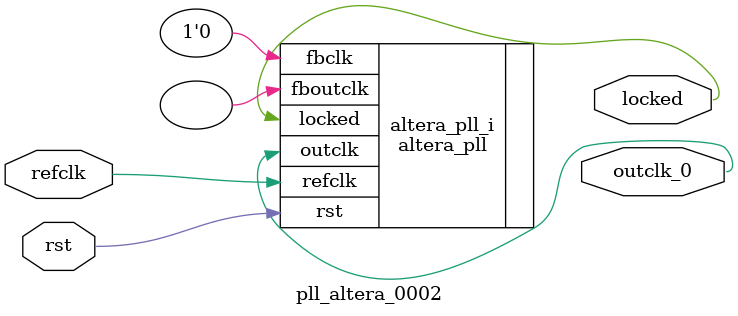
<source format=v>
`timescale 1ns/10ps
module  pll_altera_0002(

	// interface 'refclk'
	input wire refclk,

	// interface 'reset'
	input wire rst,

	// interface 'outclk0'
	output wire outclk_0,

	// interface 'locked'
	output wire locked
);

	altera_pll #(
		.fractional_vco_multiplier("false"),
		.reference_clock_frequency("50.0 MHz"),
		.operation_mode("normal"),
		.number_of_clocks(1),
		.output_clock_frequency0("80.0 MHz"),
		.phase_shift0("0 ps"),
		.duty_cycle0(50),
		.output_clock_frequency1("0 MHz"),
		.phase_shift1("0 ps"),
		.duty_cycle1(50),
		.output_clock_frequency2("0 MHz"),
		.phase_shift2("0 ps"),
		.duty_cycle2(50),
		.output_clock_frequency3("0 MHz"),
		.phase_shift3("0 ps"),
		.duty_cycle3(50),
		.output_clock_frequency4("0 MHz"),
		.phase_shift4("0 ps"),
		.duty_cycle4(50),
		.output_clock_frequency5("0 MHz"),
		.phase_shift5("0 ps"),
		.duty_cycle5(50),
		.output_clock_frequency6("0 MHz"),
		.phase_shift6("0 ps"),
		.duty_cycle6(50),
		.output_clock_frequency7("0 MHz"),
		.phase_shift7("0 ps"),
		.duty_cycle7(50),
		.output_clock_frequency8("0 MHz"),
		.phase_shift8("0 ps"),
		.duty_cycle8(50),
		.output_clock_frequency9("0 MHz"),
		.phase_shift9("0 ps"),
		.duty_cycle9(50),
		.output_clock_frequency10("0 MHz"),
		.phase_shift10("0 ps"),
		.duty_cycle10(50),
		.output_clock_frequency11("0 MHz"),
		.phase_shift11("0 ps"),
		.duty_cycle11(50),
		.output_clock_frequency12("0 MHz"),
		.phase_shift12("0 ps"),
		.duty_cycle12(50),
		.output_clock_frequency13("0 MHz"),
		.phase_shift13("0 ps"),
		.duty_cycle13(50),
		.output_clock_frequency14("0 MHz"),
		.phase_shift14("0 ps"),
		.duty_cycle14(50),
		.output_clock_frequency15("0 MHz"),
		.phase_shift15("0 ps"),
		.duty_cycle15(50),
		.output_clock_frequency16("0 MHz"),
		.phase_shift16("0 ps"),
		.duty_cycle16(50),
		.output_clock_frequency17("0 MHz"),
		.phase_shift17("0 ps"),
		.duty_cycle17(50),
		.pll_type("General"),
		.pll_subtype("General")
	) altera_pll_i (
		.outclk	({outclk_0}),
		.locked	(locked),
		.fboutclk	( ),
		.fbclk	(1'b0),
		.rst	(rst),
		.refclk	(refclk)
	);
endmodule


</source>
